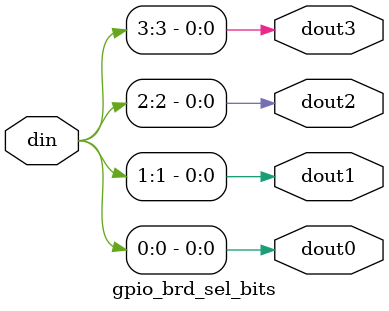
<source format=v>
`timescale 1ns / 1ps
module gpio_brd_sel_bits(
    input	[3:0]	din		,
    output			dout0	,
    output 			dout1	,
    output 			dout2	,
    output 			dout3
    );

assign dout0 = din[0];
assign dout1 = din[1];
assign dout2 = din[2];
assign dout3 = din[3];

endmodule

</source>
